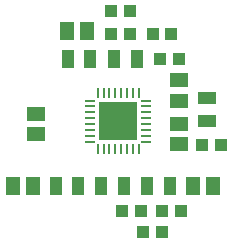
<source format=gbp>
G04*
G04 #@! TF.GenerationSoftware,Altium Limited,Altium Designer,20.0.13 (296)*
G04*
G04 Layer_Color=128*
%FSLAX44Y44*%
%MOMM*%
G71*
G01*
G75*
%ADD16R,1.2000X1.5000*%
%ADD20R,1.1000X1.5000*%
%ADD36R,1.5000X1.2000*%
%ADD37R,1.0000X1.0000*%
%ADD38R,1.5000X1.1000*%
%ADD39R,3.3000X3.3000*%
%ADD40O,0.2500X0.9000*%
%ADD41O,0.9000X0.2500*%
D16*
X264500Y312000D02*
D03*
X247500D02*
D03*
X354000Y181000D02*
D03*
X371000D02*
D03*
X201500D02*
D03*
X218500D02*
D03*
D20*
X267000Y289000D02*
D03*
X248000D02*
D03*
X306500D02*
D03*
X287500D02*
D03*
X315500Y181000D02*
D03*
X334500D02*
D03*
X295500D02*
D03*
X276500D02*
D03*
X238000D02*
D03*
X257000D02*
D03*
D36*
X221000Y242500D02*
D03*
Y225500D02*
D03*
X342000Y270500D02*
D03*
Y253500D02*
D03*
Y233500D02*
D03*
Y216500D02*
D03*
D37*
X285000Y329000D02*
D03*
X301000D02*
D03*
X301000Y310000D02*
D03*
X285000D02*
D03*
X320000D02*
D03*
X336000D02*
D03*
X326000Y289000D02*
D03*
X342000D02*
D03*
X378000Y216000D02*
D03*
X362000D02*
D03*
X328000Y160000D02*
D03*
X344000D02*
D03*
X310000D02*
D03*
X294000D02*
D03*
X312000Y142000D02*
D03*
X328000D02*
D03*
D38*
X366000Y255500D02*
D03*
Y236500D02*
D03*
D39*
X291000Y236000D02*
D03*
D40*
X308500Y259750D02*
D03*
X303500D02*
D03*
X298500D02*
D03*
X293500D02*
D03*
X288500D02*
D03*
X283500D02*
D03*
X278500D02*
D03*
X273500D02*
D03*
Y212250D02*
D03*
X278500D02*
D03*
X283500D02*
D03*
X288500D02*
D03*
X293500D02*
D03*
X298500D02*
D03*
X303500D02*
D03*
X308500D02*
D03*
D41*
X267250Y253500D02*
D03*
Y248500D02*
D03*
Y243500D02*
D03*
Y238500D02*
D03*
Y233500D02*
D03*
Y228500D02*
D03*
Y223500D02*
D03*
Y218500D02*
D03*
X314750D02*
D03*
Y223500D02*
D03*
Y228500D02*
D03*
Y233500D02*
D03*
Y238500D02*
D03*
Y243500D02*
D03*
Y248500D02*
D03*
Y253500D02*
D03*
M02*

</source>
